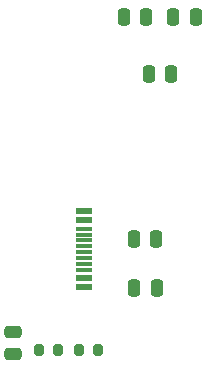
<source format=gbr>
%TF.GenerationSoftware,KiCad,Pcbnew,8.0.5*%
%TF.CreationDate,2024-11-06T20:30:05+05:30*%
%TF.ProjectId,usb_power,7573625f-706f-4776-9572-2e6b69636164,rev?*%
%TF.SameCoordinates,Original*%
%TF.FileFunction,Paste,Top*%
%TF.FilePolarity,Positive*%
%FSLAX46Y46*%
G04 Gerber Fmt 4.6, Leading zero omitted, Abs format (unit mm)*
G04 Created by KiCad (PCBNEW 8.0.5) date 2024-11-06 20:30:05*
%MOMM*%
%LPD*%
G01*
G04 APERTURE LIST*
G04 Aperture macros list*
%AMRoundRect*
0 Rectangle with rounded corners*
0 $1 Rounding radius*
0 $2 $3 $4 $5 $6 $7 $8 $9 X,Y pos of 4 corners*
0 Add a 4 corners polygon primitive as box body*
4,1,4,$2,$3,$4,$5,$6,$7,$8,$9,$2,$3,0*
0 Add four circle primitives for the rounded corners*
1,1,$1+$1,$2,$3*
1,1,$1+$1,$4,$5*
1,1,$1+$1,$6,$7*
1,1,$1+$1,$8,$9*
0 Add four rect primitives between the rounded corners*
20,1,$1+$1,$2,$3,$4,$5,0*
20,1,$1+$1,$4,$5,$6,$7,0*
20,1,$1+$1,$6,$7,$8,$9,0*
20,1,$1+$1,$8,$9,$2,$3,0*%
G04 Aperture macros list end*
%ADD10RoundRect,0.250000X-0.250000X-0.475000X0.250000X-0.475000X0.250000X0.475000X-0.250000X0.475000X0*%
%ADD11RoundRect,0.200000X-0.200000X-0.275000X0.200000X-0.275000X0.200000X0.275000X-0.200000X0.275000X0*%
%ADD12RoundRect,0.250000X-0.475000X0.250000X-0.475000X-0.250000X0.475000X-0.250000X0.475000X0.250000X0*%
%ADD13R,1.450000X0.600000*%
%ADD14R,1.450000X0.300000*%
G04 APERTURE END LIST*
D10*
%TO.C,C1*%
X59060000Y-74033000D03*
X60960000Y-74033000D03*
%TD*%
D11*
%TO.C,R3*%
X54433200Y-83469800D03*
X56083200Y-83469800D03*
%TD*%
%TO.C,R4*%
X51055000Y-83469800D03*
X52705000Y-83469800D03*
%TD*%
D12*
%TO.C,C5*%
X48895000Y-81920000D03*
X48895000Y-83820000D03*
%TD*%
D10*
%TO.C,FB1*%
X60330000Y-60071000D03*
X62230000Y-60071000D03*
%TD*%
%TO.C,C3*%
X58232000Y-55245000D03*
X60132000Y-55245000D03*
%TD*%
%TO.C,C2*%
X59126000Y-78224000D03*
X61026000Y-78224000D03*
%TD*%
%TO.C,C4*%
X62423000Y-55245000D03*
X64323000Y-55245000D03*
%TD*%
D13*
%TO.C,J1*%
X54890000Y-71705000D03*
X54890000Y-72480000D03*
D14*
X54890000Y-73180000D03*
X54890000Y-74180000D03*
X54890000Y-74680000D03*
X54890000Y-75180000D03*
X54890000Y-75680000D03*
X54890000Y-76180000D03*
X54890000Y-73680000D03*
D13*
X54890000Y-77380000D03*
X54890000Y-78155000D03*
D14*
X54890000Y-76680000D03*
%TD*%
M02*

</source>
